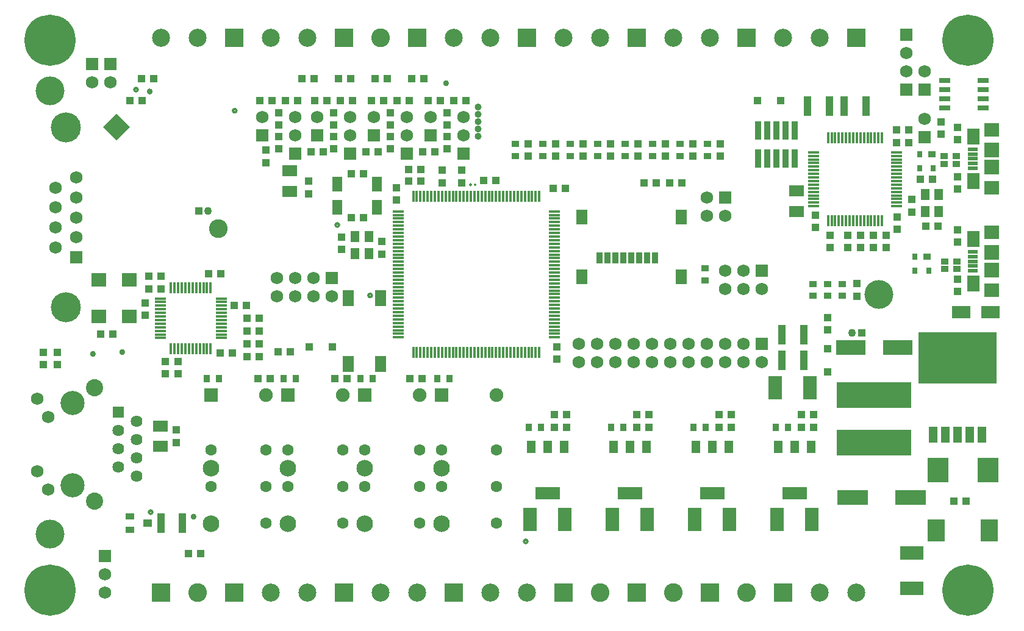
<source format=gts>
G04 (created by PCBNEW (2013-jul-07)-stable) date miÃ© 17 sep 2014 11:04:25 ART*
%MOIN*%
G04 Gerber Fmt 3.4, Leading zero omitted, Abs format*
%FSLAX34Y34*%
G01*
G70*
G90*
G04 APERTURE LIST*
%ADD10C,0.00590551*%
%ADD11C,0.01*%
%ADD12C,0.005*%
%ADD13R,0.0434X0.0394*%
%ADD14R,0.0512441X0.0591181*%
%ADD15R,0.069X0.069*%
%ADD16C,0.069*%
%ADD17R,0.133921X0.0669921*%
%ADD18R,0.0512441X0.0669921*%
%ADD19R,0.0740787X0.128016*%
%ADD20R,0.0394X0.0434*%
%ADD21R,0.0354961X0.0433701*%
%ADD22C,0.0630551*%
%ADD23C,0.0906142*%
%ADD24C,0.0748661*%
%ADD25R,0.0748661X0.0748661*%
%ADD26R,0.102425X0.0709291*%
%ADD27R,0.128016X0.0740787*%
%ADD28R,0.0433701X0.0354961*%
%ADD29C,0.15748*%
%ADD30R,0.0591181X0.015*%
%ADD31R,0.015X0.0591181*%
%ADD32R,0.0591181X0.0142362*%
%ADD33R,0.0142362X0.0591181*%
%ADD34R,0.0591181X0.0866772*%
%ADD35R,0.039X0.035*%
%ADD36R,0.0512441X0.0354961*%
%ADD37R,0.0512441X0.0433701*%
%ADD38R,0.0417953X0.0335276*%
%ADD39R,0.0252598X0.0335276*%
%ADD40R,0.0638425X0.027622*%
%ADD41R,0.0394331X0.0414016*%
%ADD42R,0.0414016X0.0394331*%
%ADD43R,0.0433701X0.106362*%
%ADD44R,0.0335276X0.0984882*%
%ADD45R,0.0331339X0.0984882*%
%ADD46R,0.0610866X0.0827402*%
%ADD47R,0.0354961X0.0630551*%
%ADD48R,0.094X0.124*%
%ADD49R,0.015811X0.0630551*%
%ADD50R,0.0630551X0.015811*%
%ADD51R,0.046X0.0894331*%
%ADD52R,0.429X0.279*%
%ADD53R,0.406X0.142*%
%ADD54R,0.0827402X0.0748661*%
%ADD55R,0.118173X0.133921*%
%ADD56R,0.16148X0.0827402*%
%ADD57R,0.165417X0.0827402*%
%ADD58R,0.084X0.064*%
%ADD59R,0.0551811X0.0788031*%
%ADD60C,0.102425*%
%ADD61C,0.279591*%
%ADD62R,0.0984882X0.0984882*%
%ADD63C,0.0984882*%
%ADD64R,0.102425X0.102425*%
%ADD65R,0.0571496X0.019748*%
%ADD66R,0.0669921X0.0866772*%
%ADD67R,0.0788031X0.0748661*%
%ADD68R,0.0788031X0.0788031*%
%ADD69C,0.164*%
%ADD70C,0.131953*%
%ADD71R,0.064X0.064*%
%ADD72C,0.064*%
%ADD73C,0.094*%
%ADD74R,0.0433701X0.0433701*%
%ADD75C,0.0433701*%
G04 APERTURE END LIST*
G54D10*
G54D11*
X35426Y-16050D02*
G75*
G03X35426Y-16050I-76J0D01*
G74*
G01*
G54D12*
X35480Y-16050D02*
G75*
G03X35480Y-16050I-130J0D01*
G74*
G01*
G54D11*
X19226Y-16500D02*
G75*
G03X19226Y-16500I-76J0D01*
G74*
G01*
G54D12*
X19280Y-16500D02*
G75*
G03X19280Y-16500I-130J0D01*
G74*
G01*
G54D11*
X18476Y-16400D02*
G75*
G03X18476Y-16400I-76J0D01*
G74*
G01*
G54D12*
X18530Y-16400D02*
G75*
G03X18530Y-16400I-130J0D01*
G74*
G01*
G54D11*
X39776Y-41100D02*
G75*
G03X39776Y-41100I-76J0D01*
G74*
G01*
G54D12*
X39830Y-41100D02*
G75*
G03X39830Y-41100I-130J0D01*
G74*
G01*
G54D11*
X19276Y-39500D02*
G75*
G03X19276Y-39500I-76J0D01*
G74*
G01*
G54D12*
X19330Y-39500D02*
G75*
G03X19330Y-39500I-130J0D01*
G74*
G01*
G54D11*
X21626Y-39750D02*
G75*
G03X21626Y-39750I-76J0D01*
G74*
G01*
G54D12*
X21680Y-39750D02*
G75*
G03X21680Y-39750I-130J0D01*
G74*
G01*
G54D11*
X16126Y-30850D02*
G75*
G03X16126Y-30850I-76J0D01*
G74*
G01*
G54D12*
X16180Y-30850D02*
G75*
G03X16180Y-30850I-130J0D01*
G74*
G01*
G54D11*
X29476Y-23800D02*
G75*
G03X29476Y-23800I-76J0D01*
G74*
G01*
G54D12*
X29530Y-23800D02*
G75*
G03X29530Y-23800I-130J0D01*
G74*
G01*
G54D11*
X23876Y-17550D02*
G75*
G03X23876Y-17550I-76J0D01*
G74*
G01*
G54D12*
X23930Y-17550D02*
G75*
G03X23930Y-17550I-130J0D01*
G74*
G01*
X17780Y-30750D02*
G75*
G03X17780Y-30750I-130J0D01*
G74*
G01*
G54D11*
X17726Y-30750D02*
G75*
G03X17726Y-30750I-76J0D01*
G74*
G01*
X31276Y-27650D02*
G75*
G03X31276Y-27650I-76J0D01*
G74*
G01*
G54D12*
X31330Y-27650D02*
G75*
G03X31330Y-27650I-130J0D01*
G74*
G01*
X36710Y-21600D02*
G75*
G03X36710Y-21600I-20J0D01*
G74*
G01*
X36750Y-21600D02*
G75*
G03X36750Y-21600I-60J0D01*
G74*
G01*
X36960Y-21600D02*
G75*
G03X36960Y-21600I-20J0D01*
G74*
G01*
X37000Y-21600D02*
G75*
G03X37000Y-21600I-60J0D01*
G74*
G01*
X37150Y-18550D02*
G75*
G03X37150Y-18550I-50J0D01*
G74*
G01*
X37170Y-18550D02*
G75*
G03X37170Y-18550I-70J0D01*
G74*
G01*
X37211Y-18550D02*
G75*
G03X37211Y-18550I-111J0D01*
G74*
G01*
X37258Y-18550D02*
G75*
G03X37258Y-18550I-158J0D01*
G74*
G01*
X37150Y-18150D02*
G75*
G03X37150Y-18150I-50J0D01*
G74*
G01*
X37170Y-18150D02*
G75*
G03X37170Y-18150I-70J0D01*
G74*
G01*
X37211Y-18150D02*
G75*
G03X37211Y-18150I-111J0D01*
G74*
G01*
X37258Y-18150D02*
G75*
G03X37258Y-18150I-158J0D01*
G74*
G01*
X37150Y-17750D02*
G75*
G03X37150Y-17750I-50J0D01*
G74*
G01*
X37170Y-17750D02*
G75*
G03X37170Y-17750I-70J0D01*
G74*
G01*
X37211Y-17750D02*
G75*
G03X37211Y-17750I-111J0D01*
G74*
G01*
X37258Y-17750D02*
G75*
G03X37258Y-17750I-158J0D01*
G74*
G01*
X37258Y-18950D02*
G75*
G03X37258Y-18950I-158J0D01*
G74*
G01*
X37211Y-18950D02*
G75*
G03X37211Y-18950I-111J0D01*
G74*
G01*
X37170Y-18950D02*
G75*
G03X37170Y-18950I-70J0D01*
G74*
G01*
X37150Y-18950D02*
G75*
G03X37150Y-18950I-50J0D01*
G74*
G01*
X37150Y-17350D02*
G75*
G03X37150Y-17350I-50J0D01*
G74*
G01*
X37170Y-17350D02*
G75*
G03X37170Y-17350I-70J0D01*
G74*
G01*
X37211Y-17350D02*
G75*
G03X37211Y-17350I-111J0D01*
G74*
G01*
X37258Y-17350D02*
G75*
G03X37258Y-17350I-158J0D01*
G74*
G01*
G54D13*
X60800Y-23084D03*
X60800Y-22415D03*
G54D14*
X62274Y-23072D03*
X62274Y-22127D03*
X61525Y-23072D03*
X61525Y-22127D03*
X30375Y-24427D03*
X30375Y-25372D03*
X31124Y-24427D03*
X31124Y-25372D03*
G54D15*
X61500Y-19000D03*
G54D16*
X61500Y-18000D03*
G54D13*
X62400Y-18165D03*
X62400Y-18834D03*
G54D17*
X54400Y-38459D03*
G54D18*
X54400Y-35940D03*
X53494Y-35940D03*
X55305Y-35940D03*
G54D17*
X49900Y-38459D03*
G54D18*
X49900Y-35940D03*
X48994Y-35940D03*
X50805Y-35940D03*
G54D17*
X45400Y-38459D03*
G54D18*
X45400Y-35940D03*
X44494Y-35940D03*
X46305Y-35940D03*
G54D17*
X40900Y-38459D03*
G54D18*
X40900Y-35940D03*
X39994Y-35940D03*
X41805Y-35940D03*
G54D19*
X53449Y-39900D03*
X55350Y-39900D03*
X48949Y-39900D03*
X50850Y-39900D03*
X46350Y-39900D03*
X44449Y-39900D03*
X41850Y-39900D03*
X39949Y-39900D03*
G54D20*
X55434Y-34150D03*
X54765Y-34150D03*
X50934Y-34150D03*
X50265Y-34150D03*
X46434Y-34150D03*
X45765Y-34150D03*
X41934Y-34150D03*
X41265Y-34150D03*
G54D21*
X49524Y-34850D03*
X48875Y-34850D03*
X40524Y-34850D03*
X39875Y-34850D03*
X26475Y-32200D03*
X27124Y-32200D03*
X30675Y-32200D03*
X31324Y-32200D03*
X34875Y-32200D03*
X35524Y-32200D03*
G54D22*
X38100Y-40100D03*
X38100Y-38100D03*
X38100Y-36100D03*
G54D23*
X35100Y-40147D03*
G54D22*
X35100Y-38100D03*
X35100Y-36100D03*
G54D24*
X38100Y-33100D03*
G54D25*
X35100Y-33100D03*
G54D23*
X35100Y-37115D03*
G54D22*
X25500Y-40100D03*
X25500Y-38100D03*
X25500Y-36100D03*
G54D23*
X22500Y-40147D03*
G54D22*
X22500Y-38100D03*
X22500Y-36100D03*
G54D24*
X25500Y-33100D03*
G54D25*
X22500Y-33100D03*
G54D23*
X22500Y-37115D03*
G54D22*
X29700Y-40100D03*
X29700Y-38100D03*
X29700Y-36100D03*
G54D23*
X26700Y-40147D03*
G54D22*
X26700Y-38100D03*
X26700Y-36100D03*
G54D24*
X29700Y-33100D03*
G54D25*
X26700Y-33100D03*
G54D23*
X26700Y-37115D03*
G54D22*
X33900Y-40100D03*
X33900Y-38100D03*
X33900Y-36100D03*
G54D23*
X30900Y-40147D03*
G54D22*
X30900Y-38100D03*
X30900Y-36100D03*
G54D24*
X33900Y-33100D03*
G54D25*
X30900Y-33100D03*
G54D23*
X30900Y-37115D03*
G54D26*
X63512Y-28550D03*
X65087Y-28550D03*
G54D27*
X60800Y-43650D03*
X60800Y-41749D03*
G54D28*
X42150Y-20024D03*
X42150Y-19375D03*
X40650Y-20024D03*
X40650Y-19375D03*
X43650Y-20024D03*
X43650Y-19375D03*
X39150Y-20024D03*
X39150Y-19375D03*
X49650Y-20024D03*
X49650Y-19375D03*
X48150Y-20024D03*
X48150Y-19375D03*
X46650Y-20024D03*
X46650Y-19375D03*
X45150Y-20024D03*
X45150Y-19375D03*
X56200Y-27674D03*
X56200Y-27025D03*
X55400Y-27674D03*
X55400Y-27025D03*
G54D20*
X63115Y-38900D03*
X63784Y-38900D03*
G54D29*
X13700Y-40700D03*
X13700Y-16450D03*
G54D30*
X59963Y-21201D03*
X59963Y-21004D03*
X59963Y-20807D03*
X59963Y-20611D03*
X59963Y-20414D03*
X59963Y-20217D03*
X59963Y-20020D03*
X59963Y-19823D03*
X59963Y-22776D03*
X59963Y-22579D03*
X59963Y-22382D03*
X59963Y-22185D03*
X59963Y-21988D03*
X59963Y-21792D03*
X59963Y-21595D03*
X59963Y-21398D03*
X55436Y-19823D03*
X55436Y-20020D03*
X55436Y-20217D03*
X55436Y-20414D03*
X55436Y-20611D03*
X55436Y-20807D03*
X55436Y-21004D03*
X55436Y-21201D03*
X55436Y-21398D03*
X55436Y-21595D03*
X55436Y-21792D03*
X55436Y-21988D03*
X55436Y-22185D03*
X55436Y-22382D03*
X55436Y-22579D03*
X55436Y-22776D03*
G54D31*
X56223Y-23563D03*
X56420Y-23563D03*
X56617Y-23563D03*
X56814Y-23563D03*
X57011Y-23563D03*
X57207Y-23563D03*
X57404Y-23563D03*
X57601Y-23563D03*
X57798Y-23563D03*
X57995Y-23563D03*
X58192Y-23563D03*
X58388Y-23563D03*
X58585Y-23563D03*
X58782Y-23563D03*
X58979Y-23563D03*
X59176Y-23563D03*
X59176Y-19036D03*
X58979Y-19036D03*
X58782Y-19036D03*
X58585Y-19036D03*
X58388Y-19036D03*
X58192Y-19036D03*
X57995Y-19036D03*
X57798Y-19036D03*
X57601Y-19036D03*
X57404Y-19036D03*
X57207Y-19036D03*
X57011Y-19036D03*
X56814Y-19036D03*
X56617Y-19036D03*
X56420Y-19036D03*
X56223Y-19036D03*
G54D32*
X19746Y-27817D03*
X19746Y-28014D03*
X19746Y-28211D03*
X19746Y-28407D03*
X19746Y-28604D03*
X19746Y-28801D03*
X19746Y-28998D03*
X19746Y-29195D03*
X19746Y-29392D03*
X19746Y-29588D03*
X19746Y-29785D03*
X19746Y-29982D03*
G54D33*
X20317Y-30553D03*
X20514Y-30553D03*
X20711Y-30553D03*
X20907Y-30553D03*
X21104Y-30553D03*
X21301Y-30553D03*
X21498Y-30553D03*
X21695Y-30553D03*
X21892Y-30553D03*
X22088Y-30553D03*
X22285Y-30553D03*
X22482Y-30553D03*
G54D32*
X23053Y-29982D03*
X23053Y-29785D03*
X23053Y-29588D03*
X23053Y-29392D03*
X23053Y-29195D03*
X23053Y-28998D03*
X23053Y-28801D03*
X23053Y-28604D03*
X23053Y-28407D03*
X23053Y-28211D03*
X23053Y-28014D03*
X23053Y-27817D03*
G54D33*
X22482Y-27246D03*
X22285Y-27246D03*
X22088Y-27246D03*
X21892Y-27246D03*
X21695Y-27246D03*
X21498Y-27246D03*
X21301Y-27246D03*
X21104Y-27246D03*
X20907Y-27246D03*
X20711Y-27246D03*
X20514Y-27246D03*
X20317Y-27246D03*
G54D34*
X31785Y-27808D03*
X31785Y-31391D03*
X30014Y-27808D03*
X30014Y-31391D03*
G54D35*
X63235Y-20040D03*
X63235Y-20460D03*
X62565Y-20040D03*
X62565Y-20460D03*
X63285Y-25790D03*
X63285Y-26210D03*
X62615Y-25790D03*
X62615Y-26210D03*
G54D36*
X18077Y-39725D03*
G54D37*
X19022Y-40100D03*
G54D36*
X18077Y-40474D03*
G54D38*
X61899Y-19916D03*
G54D39*
X61222Y-20683D03*
X61222Y-19916D03*
X61977Y-20683D03*
G54D38*
X61649Y-25516D03*
G54D39*
X60972Y-26283D03*
X60972Y-25516D03*
X61727Y-26283D03*
G54D40*
X64712Y-17400D03*
X64712Y-16900D03*
X64712Y-16400D03*
X64712Y-15900D03*
X62587Y-15900D03*
X62587Y-16400D03*
X62587Y-16900D03*
X62587Y-17400D03*
G54D41*
X52379Y-17000D03*
X53620Y-17000D03*
X29120Y-30450D03*
X27879Y-30450D03*
G54D42*
X56200Y-31820D03*
X56200Y-30579D03*
G54D13*
X42850Y-20034D03*
X42850Y-19365D03*
X48850Y-20034D03*
X48850Y-19365D03*
X44350Y-20034D03*
X44350Y-19365D03*
X45850Y-20034D03*
X45850Y-19365D03*
X47350Y-20034D03*
X47350Y-19365D03*
X50350Y-20034D03*
X50350Y-19365D03*
G54D20*
X60634Y-18600D03*
X59965Y-18600D03*
G54D13*
X41350Y-20034D03*
X41350Y-19365D03*
G54D20*
X61265Y-21300D03*
X61934Y-21300D03*
G54D13*
X57800Y-27015D03*
X57800Y-27684D03*
X58000Y-25034D03*
X58000Y-24365D03*
G54D20*
X26565Y-17000D03*
X27234Y-17000D03*
X29565Y-17000D03*
X30234Y-17000D03*
X34734Y-19800D03*
X34065Y-19800D03*
X34034Y-32200D03*
X33365Y-32200D03*
G54D13*
X35400Y-18965D03*
X35400Y-19634D03*
G54D20*
X41265Y-34850D03*
X41934Y-34850D03*
X45765Y-34850D03*
X46434Y-34850D03*
G54D13*
X57300Y-25034D03*
X57300Y-24365D03*
X26200Y-17665D03*
X26200Y-18334D03*
X26200Y-18965D03*
X26200Y-19634D03*
X25500Y-19715D03*
X25500Y-20384D03*
X35400Y-17665D03*
X35400Y-18334D03*
X29200Y-17665D03*
X29200Y-18334D03*
X29200Y-18965D03*
X29200Y-19634D03*
G54D20*
X28634Y-19800D03*
X27965Y-19800D03*
G54D13*
X32300Y-17665D03*
X32300Y-18334D03*
X32300Y-18965D03*
X32300Y-19634D03*
G54D20*
X31634Y-19800D03*
X30965Y-19800D03*
X54765Y-34850D03*
X55434Y-34850D03*
X50265Y-34850D03*
X50934Y-34850D03*
X35765Y-17000D03*
X36434Y-17000D03*
X25734Y-32200D03*
X25065Y-32200D03*
G54D13*
X59400Y-24365D03*
X59400Y-25034D03*
G54D20*
X32665Y-17000D03*
X33334Y-17000D03*
X29934Y-32200D03*
X29265Y-32200D03*
G54D13*
X58700Y-24365D03*
X58700Y-25034D03*
X56200Y-28865D03*
X56200Y-29534D03*
G54D20*
X26830Y-30748D03*
X26161Y-30748D03*
G54D13*
X39850Y-20034D03*
X39850Y-19365D03*
G54D20*
X47565Y-21500D03*
X48234Y-21500D03*
G54D13*
X31850Y-25384D03*
X31850Y-24715D03*
G54D20*
X46165Y-21500D03*
X46834Y-21500D03*
X41884Y-21800D03*
X41215Y-21800D03*
G54D13*
X13350Y-31434D03*
X13350Y-30765D03*
G54D20*
X24465Y-30300D03*
X25134Y-30300D03*
X23034Y-26450D03*
X22365Y-26450D03*
G54D13*
X20000Y-31934D03*
X20000Y-31265D03*
G54D20*
X24465Y-29600D03*
X25134Y-29600D03*
X24465Y-28900D03*
X25134Y-28900D03*
X24465Y-31000D03*
X25134Y-31000D03*
G54D13*
X14100Y-31434D03*
X14100Y-30765D03*
G54D19*
X53349Y-32700D03*
X55250Y-32700D03*
G54D43*
X54890Y-31200D03*
X53709Y-31200D03*
X53709Y-29800D03*
X54890Y-29800D03*
X19759Y-40100D03*
X20940Y-40100D03*
X55109Y-17300D03*
X56290Y-17300D03*
X58290Y-17300D03*
X57109Y-17300D03*
G54D44*
X52400Y-20167D03*
G54D45*
X52400Y-18632D03*
G54D44*
X52900Y-20167D03*
G54D45*
X52900Y-18632D03*
X53400Y-20167D03*
X53400Y-18632D03*
X53900Y-20167D03*
G54D44*
X53900Y-18632D03*
X54400Y-20167D03*
G54D45*
X54400Y-18632D03*
G54D15*
X29100Y-26700D03*
G54D16*
X29100Y-27700D03*
X28100Y-26700D03*
X28100Y-27700D03*
X27100Y-26700D03*
X27100Y-27700D03*
X26100Y-26700D03*
X26100Y-27700D03*
G54D15*
X52600Y-26300D03*
G54D16*
X52600Y-27300D03*
X51600Y-26300D03*
X51600Y-27300D03*
X50600Y-26300D03*
X50600Y-27300D03*
G54D15*
X16700Y-41900D03*
G54D16*
X16700Y-42900D03*
X16700Y-43900D03*
G54D15*
X36300Y-19900D03*
G54D16*
X36300Y-18900D03*
X36300Y-17900D03*
G54D15*
X33200Y-19900D03*
G54D16*
X33200Y-18900D03*
X33200Y-17900D03*
G54D15*
X30100Y-19900D03*
G54D16*
X30100Y-18900D03*
X30100Y-17900D03*
G54D15*
X27100Y-19900D03*
G54D16*
X27100Y-18900D03*
X27100Y-17900D03*
G54D15*
X50600Y-22300D03*
G54D16*
X50600Y-23300D03*
X49600Y-22300D03*
X49600Y-23300D03*
G54D15*
X31400Y-18900D03*
G54D16*
X31400Y-17900D03*
G54D15*
X60500Y-16400D03*
G54D16*
X60500Y-15400D03*
G54D15*
X61500Y-16400D03*
G54D16*
X61500Y-15400D03*
G54D15*
X28300Y-18900D03*
G54D16*
X28300Y-17900D03*
G54D15*
X17000Y-15000D03*
G54D16*
X17000Y-16000D03*
G54D15*
X34500Y-18900D03*
G54D16*
X34500Y-17900D03*
G54D15*
X16000Y-15000D03*
G54D16*
X16000Y-16000D03*
G54D15*
X25300Y-18900D03*
G54D16*
X25300Y-17900D03*
G54D15*
X60500Y-13400D03*
G54D16*
X60500Y-14400D03*
G54D15*
X52600Y-30300D03*
G54D16*
X52600Y-31300D03*
X51600Y-30300D03*
X51600Y-31300D03*
X50600Y-30300D03*
X50600Y-31300D03*
X49600Y-30300D03*
X49600Y-31300D03*
X48600Y-30300D03*
X48600Y-31300D03*
X47600Y-30300D03*
X47600Y-31300D03*
X46600Y-30300D03*
X46600Y-31300D03*
X45600Y-30300D03*
X45600Y-31300D03*
X44600Y-30300D03*
X44600Y-31300D03*
X43600Y-30300D03*
X43600Y-31300D03*
X42600Y-30300D03*
X42600Y-31300D03*
G54D46*
X42783Y-26633D03*
X48216Y-26633D03*
X42783Y-23366D03*
X48216Y-23366D03*
G54D47*
X43728Y-25610D03*
X44161Y-25610D03*
X44594Y-25610D03*
X45027Y-25610D03*
X45460Y-25610D03*
X45893Y-25610D03*
X46326Y-25610D03*
X46759Y-25610D03*
G54D48*
X65050Y-40500D03*
X62150Y-40500D03*
G54D49*
X38870Y-22228D03*
X39066Y-22228D03*
X38673Y-22228D03*
X39263Y-22228D03*
X39460Y-22228D03*
X39657Y-22228D03*
X39854Y-22228D03*
X40051Y-22228D03*
X38476Y-22228D03*
X38279Y-22228D03*
X38082Y-22228D03*
X37885Y-22228D03*
X34933Y-30771D03*
X35129Y-30771D03*
X34736Y-30771D03*
X34539Y-30771D03*
X34342Y-30771D03*
X34145Y-30771D03*
X33948Y-30771D03*
X35326Y-30771D03*
X35523Y-30771D03*
X35720Y-30771D03*
X35917Y-30771D03*
X36114Y-30771D03*
G54D50*
X41271Y-24629D03*
X41271Y-24826D03*
X41271Y-25023D03*
X41271Y-25220D03*
X41271Y-25417D03*
X41271Y-25614D03*
X41271Y-24433D03*
X41271Y-24236D03*
X41271Y-24039D03*
X41271Y-23842D03*
X41271Y-23645D03*
X41271Y-23448D03*
X32728Y-26795D03*
X32728Y-26992D03*
X32728Y-27188D03*
X32728Y-27385D03*
X32728Y-27582D03*
X32728Y-27779D03*
X32728Y-26598D03*
X32728Y-26401D03*
X32728Y-26204D03*
X32728Y-26007D03*
X32728Y-25811D03*
X32728Y-25614D03*
X41271Y-25811D03*
X41271Y-26007D03*
X41271Y-23251D03*
X41271Y-23055D03*
X32728Y-27976D03*
X32728Y-25417D03*
X32728Y-28173D03*
X32728Y-25220D03*
G54D49*
X37688Y-22228D03*
X37492Y-22228D03*
X40248Y-22228D03*
X40444Y-22228D03*
X36311Y-30771D03*
X36507Y-30771D03*
X33751Y-30771D03*
X33555Y-30771D03*
G54D50*
X41271Y-26204D03*
X41271Y-26401D03*
X41271Y-26598D03*
X41271Y-26795D03*
X41271Y-26992D03*
X41271Y-27188D03*
X41271Y-27385D03*
X41271Y-27582D03*
X41271Y-27779D03*
X32728Y-28370D03*
X32728Y-28566D03*
X32728Y-28763D03*
X32728Y-28960D03*
X32728Y-29157D03*
X32728Y-29354D03*
X32728Y-29551D03*
X32728Y-29748D03*
X32728Y-29944D03*
G54D49*
X36704Y-30771D03*
X36901Y-30771D03*
X37098Y-30771D03*
X37295Y-30771D03*
X37492Y-30771D03*
X37688Y-30771D03*
X37885Y-30771D03*
X38082Y-30771D03*
X38279Y-30771D03*
X37295Y-22228D03*
X37098Y-22228D03*
X36901Y-22228D03*
X36704Y-22228D03*
X36507Y-22228D03*
X36311Y-22228D03*
X36114Y-22228D03*
X35917Y-22228D03*
X35720Y-22228D03*
X35523Y-22228D03*
X35326Y-22228D03*
X35129Y-22228D03*
X34933Y-22228D03*
X34736Y-22228D03*
X34539Y-22228D03*
X34342Y-22228D03*
X34145Y-22228D03*
X33948Y-22228D03*
X33751Y-22228D03*
X33555Y-22228D03*
X38476Y-30771D03*
X38673Y-30771D03*
X38870Y-30771D03*
X39066Y-30771D03*
X39263Y-30771D03*
X39460Y-30771D03*
X39657Y-30771D03*
X39854Y-30771D03*
X40051Y-30771D03*
X40248Y-30771D03*
X40444Y-30771D03*
G54D50*
X41271Y-27976D03*
X41271Y-28173D03*
X41271Y-28370D03*
X41271Y-28566D03*
X41271Y-28763D03*
X41271Y-28960D03*
X41271Y-29157D03*
X41271Y-29354D03*
X41271Y-29551D03*
X41271Y-29748D03*
X41271Y-29944D03*
X32728Y-25023D03*
X32728Y-24826D03*
X32728Y-24629D03*
X32728Y-24433D03*
X32728Y-24236D03*
X32728Y-24039D03*
X32728Y-23842D03*
X32728Y-23645D03*
X32728Y-23448D03*
X32728Y-23251D03*
X32728Y-23055D03*
G54D51*
X63300Y-35275D03*
X63970Y-35275D03*
X64640Y-35275D03*
X62630Y-35275D03*
X61960Y-35275D03*
G54D52*
X63300Y-31075D03*
G54D21*
X45024Y-34850D03*
X44375Y-34850D03*
G54D28*
X49500Y-26175D03*
X49500Y-26824D03*
X57000Y-27674D03*
X57000Y-27025D03*
G54D21*
X54024Y-34850D03*
X53375Y-34850D03*
X22275Y-32200D03*
X22924Y-32200D03*
G54D53*
X58750Y-35700D03*
X58750Y-33100D03*
G54D54*
X18026Y-28800D03*
X18026Y-26800D03*
X16373Y-26800D03*
X16373Y-28800D03*
G54D29*
X59000Y-27600D03*
G54D20*
X30134Y-15800D03*
X29465Y-15800D03*
X32134Y-15800D03*
X31465Y-15800D03*
X33984Y-21400D03*
X33315Y-21400D03*
G54D13*
X63300Y-24734D03*
X63300Y-24065D03*
X63300Y-27434D03*
X63300Y-26765D03*
G54D20*
X33465Y-15800D03*
X34134Y-15800D03*
G54D13*
X35150Y-21484D03*
X35150Y-20815D03*
X63300Y-19134D03*
X63300Y-18465D03*
X20600Y-35684D03*
X20600Y-35015D03*
G54D20*
X28134Y-15800D03*
X27465Y-15800D03*
G54D13*
X63300Y-21165D03*
X63300Y-21834D03*
G54D55*
X64958Y-37200D03*
X62241Y-37200D03*
G54D56*
X57470Y-30500D03*
X60029Y-30500D03*
G54D57*
X60724Y-38700D03*
X57575Y-38700D03*
G54D58*
X19750Y-35901D03*
X19750Y-34798D03*
X26800Y-20848D03*
X26800Y-21951D03*
X54500Y-23051D03*
X54500Y-21948D03*
G54D20*
X21934Y-41750D03*
X21265Y-41750D03*
G54D13*
X32650Y-22434D03*
X32650Y-21765D03*
G54D20*
X59965Y-19300D03*
X60634Y-19300D03*
G54D13*
X55550Y-23265D03*
X55550Y-23934D03*
X56350Y-24365D03*
X56350Y-25034D03*
X41400Y-31134D03*
X41400Y-30465D03*
G54D20*
X61565Y-23850D03*
X62234Y-23850D03*
G54D13*
X60000Y-23365D03*
X60000Y-24034D03*
G54D20*
X30834Y-23400D03*
X30165Y-23400D03*
X38084Y-21350D03*
X37415Y-21350D03*
X33315Y-20750D03*
X33984Y-20750D03*
G54D13*
X36200Y-21484D03*
X36200Y-20815D03*
X29650Y-24465D03*
X29650Y-25134D03*
G54D20*
X25165Y-17000D03*
X25834Y-17000D03*
G54D13*
X27850Y-22084D03*
X27850Y-21415D03*
G54D20*
X18734Y-17000D03*
X18065Y-17000D03*
X18715Y-15800D03*
X19384Y-15800D03*
X19784Y-26600D03*
X19115Y-26600D03*
X30834Y-21000D03*
X30165Y-21000D03*
X16465Y-29750D03*
X17134Y-29750D03*
X19784Y-27300D03*
X19115Y-27300D03*
X23765Y-28200D03*
X24434Y-28200D03*
G54D13*
X18900Y-28734D03*
X18900Y-28065D03*
G54D20*
X34365Y-17000D03*
X35034Y-17000D03*
X31265Y-17000D03*
X31934Y-17000D03*
X28165Y-17000D03*
X28834Y-17000D03*
G54D13*
X20700Y-31265D03*
X20700Y-31934D03*
G54D20*
X23684Y-30800D03*
X23015Y-30800D03*
G54D59*
X31582Y-21570D03*
X29417Y-21570D03*
X29417Y-22829D03*
X31582Y-22829D03*
G54D60*
X22910Y-24010D03*
G54D10*
G36*
X17342Y-17718D02*
X18067Y-18442D01*
X17342Y-19167D01*
X16618Y-18442D01*
X17342Y-17718D01*
X17342Y-17718D01*
G37*
G54D61*
X13700Y-43779D03*
X13700Y-13700D03*
X63858Y-43779D03*
X63858Y-13700D03*
G54D62*
X23779Y-13582D03*
G54D63*
X21779Y-13582D03*
X19779Y-13582D03*
G54D62*
X45779Y-13582D03*
G54D63*
X43779Y-13582D03*
X41779Y-13582D03*
G54D62*
X51779Y-13582D03*
G54D63*
X49779Y-13582D03*
X47779Y-13582D03*
G54D62*
X57779Y-13582D03*
G54D63*
X55779Y-13582D03*
X53779Y-13582D03*
G54D62*
X39779Y-13582D03*
G54D63*
X37779Y-13582D03*
X35779Y-13582D03*
G54D62*
X35779Y-43897D03*
G54D63*
X37779Y-43897D03*
X39779Y-43897D03*
G54D62*
X23779Y-43897D03*
G54D63*
X25779Y-43897D03*
X27779Y-43897D03*
G54D62*
X29779Y-13582D03*
G54D63*
X27779Y-13582D03*
X25779Y-13582D03*
G54D62*
X29779Y-43897D03*
G54D63*
X31779Y-43897D03*
X33779Y-43897D03*
G54D62*
X53779Y-43897D03*
G54D63*
X55779Y-43897D03*
X57779Y-43897D03*
G54D64*
X19779Y-43897D03*
G54D60*
X21779Y-43897D03*
G54D64*
X33779Y-13582D03*
G54D60*
X31779Y-13582D03*
G54D64*
X41779Y-43897D03*
G54D60*
X43779Y-43897D03*
G54D64*
X49779Y-43897D03*
G54D60*
X51779Y-43897D03*
G54D64*
X45779Y-43897D03*
G54D60*
X47779Y-43897D03*
G54D65*
X64124Y-20177D03*
X64124Y-20433D03*
X64124Y-19921D03*
X64124Y-20688D03*
X64124Y-19665D03*
G54D66*
X64173Y-21397D03*
X64173Y-18956D03*
G54D67*
X65177Y-21751D03*
X65177Y-18602D03*
G54D68*
X65177Y-20649D03*
X65177Y-19704D03*
G54D65*
X64124Y-25787D03*
X64124Y-26043D03*
X64124Y-25531D03*
X64124Y-26299D03*
X64124Y-25275D03*
G54D66*
X64173Y-27007D03*
X64173Y-24566D03*
G54D67*
X65177Y-27362D03*
X65177Y-24212D03*
G54D68*
X65177Y-26259D03*
X65177Y-25314D03*
G54D15*
X15126Y-25565D03*
G54D16*
X15126Y-24475D03*
X15126Y-23385D03*
X15126Y-22295D03*
X15126Y-21205D03*
X14006Y-25020D03*
X14006Y-23930D03*
X14006Y-22840D03*
X14006Y-21750D03*
G54D69*
X14566Y-28305D03*
X14566Y-18465D03*
G54D70*
X14921Y-38037D03*
X14921Y-33537D03*
G54D71*
X17421Y-34037D03*
G54D72*
X18421Y-34537D03*
X17421Y-35037D03*
X18421Y-35537D03*
X17421Y-36037D03*
X18421Y-36537D03*
X17421Y-37037D03*
X18421Y-37537D03*
G54D73*
X16121Y-32687D03*
X16121Y-38887D03*
G54D16*
X12991Y-33297D03*
X13591Y-34297D03*
X12991Y-37277D03*
X13591Y-38277D03*
G54D74*
X21830Y-23031D03*
G54D75*
X22342Y-23031D03*
G54D74*
X58055Y-29700D03*
G54D75*
X57544Y-29700D03*
M02*

</source>
